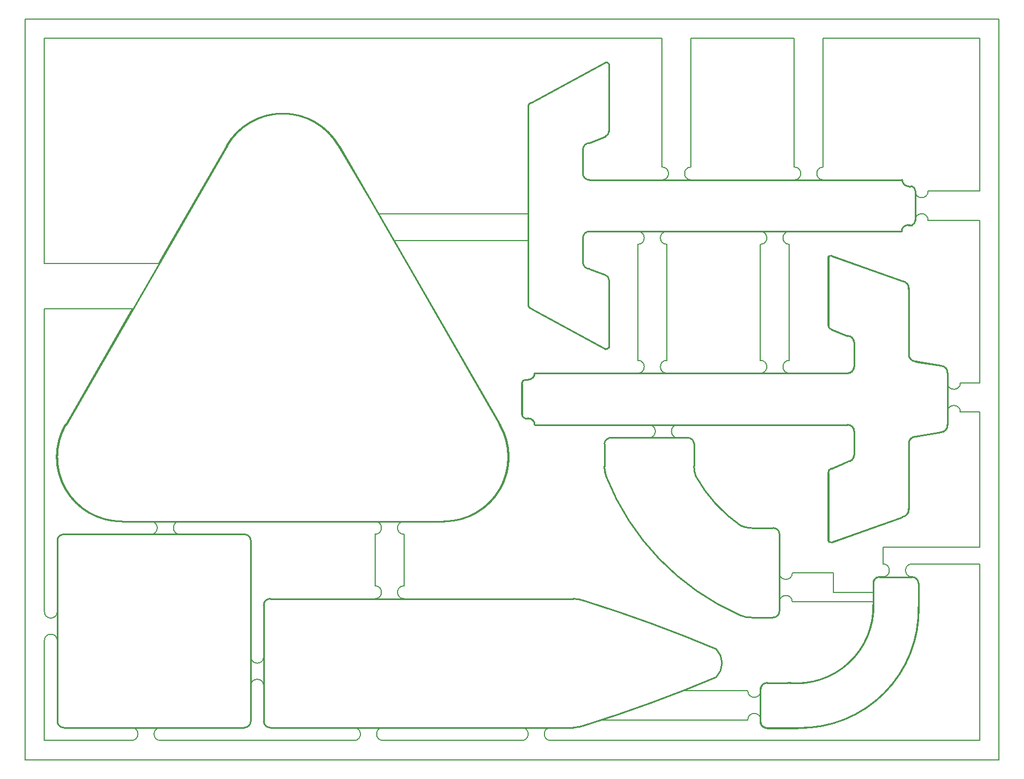
<source format=gko>
G04 Layer_Color=16711935*
%FSLAX44Y44*%
%MOMM*%
G71*
G01*
G75*
%ADD38C,0.2000*%
%ADD39C,0.2540*%
D38*
X240000Y370000D02*
G03*
X240000Y350000I0J-10000D01*
G01*
X195000D02*
G03*
X195000Y370000I0J10000D01*
G01*
X210000Y50000D02*
G03*
X210000Y30000I0J-10000D01*
G01*
X165000D02*
G03*
X165000Y50000I0J10000D01*
G01*
X30000Y230000D02*
G03*
X50000Y230000I10000J0D01*
G01*
Y185000D02*
G03*
X30000Y185000I-10000J0D01*
G01*
X350000Y160000D02*
G03*
X370000Y160000I10000J0D01*
G01*
Y115000D02*
G03*
X350000Y115000I-10000J0D01*
G01*
X510000Y30000D02*
G03*
X510000Y50000I0J10000D01*
G01*
X555000D02*
G03*
X555000Y30000I0J-10000D01*
G01*
X770000D02*
G03*
X770000Y50000I0J10000D01*
G01*
X815000D02*
G03*
X815000Y30000I0J-10000D01*
G01*
X1330000Y284000D02*
G03*
X1330000Y304000I0J10000D01*
G01*
X1375000D02*
G03*
X1375000Y284000I0J-10000D01*
G01*
X1450000Y540000D02*
G03*
X1430000Y540000I-10000J0D01*
G01*
Y585000D02*
G03*
X1450000Y585000I10000J0D01*
G01*
X1400000Y837500D02*
G03*
X1380000Y837500I-10000J0D01*
G01*
Y882500D02*
G03*
X1400000Y882500I10000J0D01*
G01*
X1032500Y920000D02*
G03*
X1032500Y900000I0J-10000D01*
G01*
X987500D02*
G03*
X987500Y920000I0J10000D01*
G01*
X1237500D02*
G03*
X1237500Y900000I0J-10000D01*
G01*
X1192500D02*
G03*
X1192500Y920000I0J10000D01*
G01*
X587500Y370000D02*
G03*
X587500Y350000I0J-10000D01*
G01*
X542500D02*
G03*
X542500Y370000I0J10000D01*
G01*
X542500Y250000D02*
G03*
X542500Y270000I0J10000D01*
G01*
X587500D02*
G03*
X587500Y250000I0J-10000D01*
G01*
X775000Y590107D02*
G03*
X770000Y585000I54J-5054D01*
G01*
X967093Y499815D02*
G03*
X967093Y519815I0J10000D01*
G01*
X1012093D02*
G03*
X1012093Y499815I0J-10000D01*
G01*
X995000Y620000D02*
G03*
X995000Y600000I0J-10000D01*
G01*
X950000D02*
G03*
X950000Y620000I0J10000D01*
G01*
X1185000D02*
G03*
X1185000Y600000I0J-10000D01*
G01*
X1140000D02*
G03*
X1140000Y620000I0J10000D01*
G01*
Y800000D02*
G03*
X1140000Y820000I0J10000D01*
G01*
X1185000D02*
G03*
X1185000Y800000I0J-10000D01*
G01*
X950000D02*
G03*
X950000Y820000I0J10000D01*
G01*
X995000D02*
G03*
X995000Y800000I0J-10000D01*
G01*
X1385500Y274000D02*
G03*
X1375000Y284000I-10250J-250D01*
G01*
X1120500Y107000D02*
G03*
X1140500Y107000I10000J0D01*
G01*
Y62000D02*
G03*
X1120500Y62000I-10000J0D01*
G01*
X1380000Y882500D02*
G03*
X1375000Y890107I-6304J1304D01*
G01*
X1189541Y245000D02*
G03*
X1169541Y245000I-10000J0D01*
G01*
Y290000D02*
G03*
X1189541Y290000I10000J0D01*
G01*
X555000Y50000D02*
X770000D01*
X555000Y30000D02*
X770000D01*
X815000Y50000D02*
X850000D01*
X380000D02*
X510000D01*
X210000Y30000D02*
X510000D01*
X370000Y60000D02*
X370000Y115000D01*
X587500Y350000D02*
X587500Y270000D01*
X542500Y350000D02*
X542500Y270000D01*
X380000Y250000D02*
X542500Y250000D01*
X587500D02*
X850000Y250000D01*
X370000Y240000D02*
X370000Y160000D01*
X30000Y30000D02*
X165000D01*
X30000D02*
Y185000D01*
X874830Y899911D02*
X987500Y900000D01*
X1032500D02*
X1192500D01*
X1237500D02*
X1360000Y900000D01*
X350000Y160000D02*
Y340000D01*
Y60000D02*
Y115000D01*
X210000Y50000D02*
X340000D01*
X60000D02*
X165000D01*
X50000Y60000D02*
Y185000D01*
Y230000D02*
Y340000D01*
X60000Y350000D02*
X195000Y350000D01*
X240000D02*
X340000Y350000D01*
X770000Y537000D02*
Y540000D01*
X1430000D02*
X1430000Y520000D01*
X1430000Y585000D02*
X1430000Y600000D01*
X1012093Y519815D02*
X1015093D01*
X1275170Y520089D01*
X790000Y520000D02*
X967093Y519815D01*
X962093Y499815D02*
X967093D01*
X240000Y370000D02*
X542500D01*
X587500D02*
X649000D01*
X30000Y770000D02*
X206735D01*
X30000Y700000D02*
X166320D01*
X30000Y230000D02*
Y700000D01*
Y770000D02*
Y1050000D01*
X149000Y370000D02*
X195000D01*
X0Y0D02*
Y1120000D01*
Y0D02*
X1490000D01*
X1450000Y540000D02*
X1480000Y540000D01*
X1450000Y585000D02*
X1480000Y585000D01*
X1400000Y837500D02*
X1480000Y837500D01*
X1400000Y882500D02*
X1480000Y882500D01*
X1237500Y920000D02*
X1237500Y1120000D01*
X1192500Y920000D02*
X1192500Y1120000D01*
X1032500Y920000D02*
X1032500Y1120000D01*
X987500Y920000D02*
X987500Y1120000D01*
X485603Y953013D02*
X548000Y847000D01*
X572000Y806000D02*
X735603Y520000D01*
X572000Y806000D02*
X780000D01*
X548000Y847000D02*
X780000D01*
Y705000D02*
Y806000D01*
Y847000D02*
Y1015000D01*
X30000Y1050000D02*
Y1090000D01*
X770000Y540000D02*
Y585000D01*
X995000Y600000D02*
X1140000D01*
X790000Y600000D02*
X950000Y600000D01*
X1185000D02*
X1275000Y599895D01*
X950000Y620000D02*
Y800000D01*
X995000Y620000D02*
Y800000D01*
X1140000Y620000D02*
Y800000D01*
X1185000Y620000D02*
Y800000D01*
X995000Y820000D02*
X1140000D01*
X1185000D02*
X1359000D01*
X875000Y820105D02*
X950000Y820000D01*
X1324500Y284000D02*
X1330000D01*
X1140500Y58500D02*
Y62000D01*
Y107000D02*
Y109500D01*
X1330000Y330000D02*
X1330000Y304000D01*
X1330000Y330000D02*
X1480000D01*
X1375000Y304000D02*
X1480000D01*
Y330000D02*
Y540000D01*
Y585000D02*
Y837500D01*
Y882500D02*
Y1120000D01*
X1237500D02*
X1480000D01*
X1032500D02*
X1192500D01*
X30000D02*
X987500D01*
X30000Y1090000D02*
Y1120000D01*
X1020000Y107000D02*
X1120500D01*
X895000Y62000D02*
X1120500Y62000D01*
X1020000Y107000D02*
X1071485Y128157D01*
X868347Y53690D02*
X895000Y62000D01*
X1169541Y290000D02*
Y295000D01*
X898073Y483805D02*
X898125Y453304D01*
X1189541Y245000D02*
X1315500D01*
X1189541Y290000D02*
X1253000D01*
Y260000D02*
Y290000D01*
Y260000D02*
X1315500D01*
Y274000D01*
Y241500D02*
Y245000D01*
X0Y1120000D02*
Y1150000D01*
X1510000D01*
Y0D02*
Y1150000D01*
X1490000Y0D02*
X1510000D01*
X815000Y30000D02*
X1480000D01*
Y304000D01*
D39*
X1159541Y220815D02*
G03*
X1169541Y230815I0J10000D01*
G01*
Y350815D02*
G03*
X1159541Y359815I-9500J-500D01*
G01*
X1109541Y363315D02*
G03*
X1127041Y359815I16500J37000D01*
G01*
X1037041Y455815D02*
G03*
X1040000Y439988I44576J144D01*
G01*
X1040000D02*
G03*
X1109541Y363315I199119J110725D01*
G01*
X1037041Y490815D02*
G03*
X1027041Y499815I-9500J-500D01*
G01*
X909541D02*
G03*
X898073Y490315I-984J-10484D01*
G01*
X1108541Y224315D02*
G03*
X1126041Y220815I16500J37000D01*
G01*
X898125Y453304D02*
G03*
X901032Y439488I44524J2154D01*
G01*
X901032D02*
G03*
X1108541Y224315I365681J145011D01*
G01*
X780000Y590000D02*
G03*
X790000Y600000I0J10000D01*
G01*
X1285170Y510089D02*
G03*
X1275170Y520089I-10000J0D01*
G01*
X1250000Y782300D02*
G03*
X1245000Y780000I-1350J-3650D01*
G01*
X1245000Y675000D02*
G03*
X1250000Y667893I7029J-368D01*
G01*
X1275000Y599895D02*
G03*
X1285000Y609895I0J10000D01*
G01*
X1285000Y648022D02*
G03*
X1275000Y658022I-10000J0D01*
G01*
X790000Y520000D02*
G03*
X780000Y530000I-10000J0D01*
G01*
X770000Y537000D02*
G03*
X775000Y529893I7029J-368D01*
G01*
X1275000Y462762D02*
G03*
X1285000Y472762I0J10000D01*
G01*
X1250000Y452108D02*
G03*
X1245000Y445000I2029J-6740D01*
G01*
X1245000Y340000D02*
G03*
X1250000Y337700I3650J1350D01*
G01*
X1370000Y630000D02*
G03*
X1380000Y618333I10833J-833D01*
G01*
Y501667D02*
G03*
X1370000Y490000I833J-10833D01*
G01*
X1430000Y600000D02*
G03*
X1420000Y611667I-10833J833D01*
G01*
Y508333D02*
G03*
X1430000Y520000I-833J10833D01*
G01*
X1370000Y730000D02*
G03*
X1360000Y743067I-11533J1533D01*
G01*
Y376933D02*
G03*
X1370000Y390000I-1533J11533D01*
G01*
X380000Y250000D02*
G03*
X370000Y240000I0J-10000D01*
G01*
Y60000D02*
G03*
X380000Y50000I10000J0D01*
G01*
X868347Y246310D02*
G03*
X850000Y250000I-19948J-51718D01*
G01*
Y50000D02*
G03*
X868347Y53690I-1601J55409D01*
G01*
X1071485Y128157D02*
G03*
X1071485Y171843I-21843J21843D01*
G01*
X1071485D02*
G03*
X868347Y246310I-869338J-2057177D01*
G01*
X864830Y909911D02*
G03*
X874830Y899911I10000J0D01*
G01*
X785000Y1020000D02*
G03*
X780000Y1015000I2500J-7500D01*
G01*
Y705000D02*
G03*
X785000Y700000I7500J2500D01*
G01*
X900000Y637700D02*
G03*
X905000Y640000I1350J3650D01*
G01*
Y745000D02*
G03*
X900000Y752107I-7029J368D01*
G01*
X875000Y820105D02*
G03*
X865000Y810105I0J-10000D01*
G01*
X865000Y771978D02*
G03*
X875000Y761978I10000J0D01*
G01*
X1375000Y829893D02*
G03*
X1379957Y837495I-2029J6740D01*
G01*
X1369000Y830000D02*
G03*
X1359000Y820000I0J-10000D01*
G01*
X1360000Y900000D02*
G03*
X1370000Y890000I10000J0D01*
G01*
X875000Y957238D02*
G03*
X865000Y947238I0J-10000D01*
G01*
X900000Y967893D02*
G03*
X905000Y975000I-2029J6740D01*
G01*
Y1080000D02*
G03*
X900000Y1082300I-3650J-1350D01*
G01*
X350000Y340000D02*
G03*
X340000Y350000I-10000J0D01*
G01*
X60000D02*
G03*
X50000Y340000I0J-10000D01*
G01*
Y60000D02*
G03*
X60000Y50000I10000J0D01*
G01*
X340000D02*
G03*
X350000Y60000I0J10000D01*
G01*
X485603Y953013D02*
G03*
X312397Y953013I-86602J-50000D01*
G01*
X649000Y370000D02*
G03*
X735603Y520000I0J100000D01*
G01*
X62397D02*
G03*
X149000Y370000I86602J-50000D01*
G01*
X1198656Y49500D02*
G03*
X1385564Y237915I3367J183574D01*
G01*
X1183000Y119500D02*
G03*
X1315500Y241500I13303J118504D01*
G01*
X1150500Y119500D02*
G03*
X1140500Y109500I0J-10000D01*
G01*
X1324500Y284000D02*
G03*
X1315500Y274000I500J-9500D01*
G01*
X1140500Y58500D02*
G03*
X1150500Y49500I9500J500D01*
G01*
X1127041Y359815D02*
X1159541D01*
X1037041Y455815D02*
Y490815D01*
X1126041Y220815D02*
X1159541D01*
X1012093Y499815D02*
X1027041D01*
X909541Y499827D02*
X962093Y499815D01*
X898073Y483805D02*
Y490327D01*
X1169541Y295000D02*
Y350815D01*
Y230827D02*
Y245000D01*
X775000Y590107D02*
X779785Y590005D01*
X1250000Y667893D02*
X1275000Y658000D01*
X775000Y529893D02*
X780000Y530000D01*
X1245000Y780000D02*
X1245000Y675000D01*
X1285000Y648022D02*
X1285084Y609895D01*
X1285002Y472762D02*
X1285084Y510090D01*
X1250000Y452108D02*
X1275000Y462762D01*
X1245000Y340000D02*
X1245000Y445000D01*
X1380000Y618333D02*
X1420000Y611667D01*
X1380000Y501667D02*
X1420000Y508333D01*
X1370000Y630000D02*
X1370000Y730000D01*
X1250000Y782300D02*
X1360000Y743067D01*
X1250000Y337700D02*
X1360000Y376933D01*
X1370000Y490000D02*
X1370000Y390000D01*
X875000Y762000D02*
X900000Y752107D01*
X1370000Y890000D02*
X1375000Y890107D01*
X785000Y1020000D02*
X900000Y1082300D01*
X785000Y700000D02*
X900000Y637700D01*
X905000Y745000D02*
X905000Y640000D01*
X864916Y810105D02*
X865000Y771978D01*
X1368999Y829957D02*
X1375000Y829893D01*
X864916Y909910D02*
X864998Y947238D01*
X875000Y957238D02*
X900000Y967893D01*
X905000Y975000D02*
X905000Y1080000D01*
X62397Y520000D02*
X166320Y700000D01*
X206735Y770000D02*
X312397Y953013D01*
X1385500Y243597D02*
X1385564Y237915D01*
X1150500Y119500D02*
X1183000D01*
X1150500Y49500D02*
X1198656D01*
X1385500Y243597D02*
Y274000D01*
X775260Y590066D02*
G03*
X770260Y582958I2029J-6740D01*
G01*
X780260Y589958D02*
G03*
X790260Y599958I0J10000D01*
G01*
X1285429Y510048D02*
G03*
X1275429Y520048I-10000J0D01*
G01*
X1250260Y782258D02*
G03*
X1245260Y779958I-1350J-3650D01*
G01*
X1245260Y674958D02*
G03*
X1250260Y667851I7029J-368D01*
G01*
X1275260Y599853D02*
G03*
X1285260Y609853I0J10000D01*
G01*
X1285260Y647980D02*
G03*
X1275260Y657980I-10000J0D01*
G01*
X790260Y519958D02*
G03*
X780260Y529958I-10000J0D01*
G01*
X770260Y536958D02*
G03*
X775260Y529851I7029J-368D01*
G01*
X1275260Y462720D02*
G03*
X1285260Y472720I0J10000D01*
G01*
X1250260Y452066D02*
G03*
X1245260Y444958I2029J-6740D01*
G01*
X1245260Y339958D02*
G03*
X1250260Y337658I3650J1350D01*
G01*
X1370260Y629958D02*
G03*
X1380260Y618292I10833J-833D01*
G01*
Y501625D02*
G03*
X1370260Y489958I833J-10833D01*
G01*
X1430260Y599958D02*
G03*
X1420260Y611625I-10833J833D01*
G01*
Y508292D02*
G03*
X1430260Y519958I-833J10833D01*
G01*
X1370260Y729958D02*
G03*
X1360260Y743025I-11533J1533D01*
G01*
Y376892D02*
G03*
X1370260Y389958I-1533J11533D01*
G01*
X775260Y590066D02*
X780045Y589963D01*
X1250260Y667851D02*
X1275260Y657958D01*
X780260Y529958D02*
X775260Y529851D01*
X770260Y582958D02*
Y536958D01*
X1245260Y779958D02*
X1245260Y674958D01*
X1285260Y647980D02*
X1285344Y609853D01*
X790260Y600068D02*
X1275260Y599853D01*
X1275429Y520064D02*
X790260Y519849D01*
X1285344Y510048D02*
X1285261Y472720D01*
X1275260Y462720D02*
X1250260Y452066D01*
X1245260Y444958D02*
X1245260Y339958D01*
X1430260Y599958D02*
X1430260Y519958D01*
X1380260Y618292D02*
X1420260Y611625D01*
Y508292D02*
X1380260Y501625D01*
X1370260Y729958D02*
X1370260Y629958D01*
X1250260Y782258D02*
X1360260Y743025D01*
Y376892D02*
X1250260Y337658D01*
X1370260Y489958D02*
X1370260Y389958D01*
X350000Y340000D02*
G03*
X340000Y350000I-10000J0D01*
G01*
X60000D02*
G03*
X50000Y340000I0J-10000D01*
G01*
Y60000D02*
G03*
X60000Y50000I10000J0D01*
G01*
X340000D02*
G03*
X350000Y60000I0J10000D01*
G01*
X60000Y50000D02*
X340000D01*
X60000Y350000D02*
X340000D01*
X350000Y60000D02*
Y340000D01*
X50000Y60000D02*
Y340000D01*
X864821Y909952D02*
G03*
X874821Y899952I10000J0D01*
G01*
X784990Y1020042D02*
G03*
X779990Y1015042I2500J-7500D01*
G01*
Y705042D02*
G03*
X784990Y700042I7500J2500D01*
G01*
X899990Y637742D02*
G03*
X904990Y640042I1350J3650D01*
G01*
Y745042D02*
G03*
X899990Y752149I-7029J368D01*
G01*
X874990Y820147D02*
G03*
X864990Y810147I0J-10000D01*
G01*
X864990Y772020D02*
G03*
X874990Y762020I10000J0D01*
G01*
X1374990Y829934D02*
G03*
X1379990Y837042I-2029J6740D01*
G01*
X1368990Y830042D02*
G03*
X1358990Y820042I0J-10000D01*
G01*
X1359990Y900042D02*
G03*
X1369990Y890042I10000J0D01*
G01*
X1379990Y883042D02*
G03*
X1374990Y890149I-7029J368D01*
G01*
X874990Y957280D02*
G03*
X864990Y947280I0J-10000D01*
G01*
X899990Y967934D02*
G03*
X904990Y975042I-2029J6740D01*
G01*
Y1080042D02*
G03*
X899990Y1082342I-3650J-1350D01*
G01*
Y752149D02*
X874990Y762042D01*
X1369990Y890042D02*
X1374990Y890149D01*
X779990Y705042D02*
Y1015042D01*
X784990Y1020042D02*
X899990Y1082342D01*
Y637742D02*
X784990Y700042D01*
X1379990Y837042D02*
Y883042D01*
X904990Y640042D02*
X904990Y745042D01*
X864990Y772020D02*
X864906Y810147D01*
X1374990Y829934D02*
X1368990Y829999D01*
X864906Y909952D02*
X864989Y947280D01*
X874990Y957280D02*
X899990Y967934D01*
X904990Y975042D02*
X904990Y1080042D01*
X874821Y899936D02*
X1359990Y900151D01*
X1358990Y819932D02*
X874990Y820147D01*
X1324001Y283815D02*
G03*
X1315000Y273815I500J-9500D01*
G01*
X1385000D02*
G03*
X1375000Y283815I-10000J0D01*
G01*
X1150000Y119316D02*
G03*
X1140000Y109316I0J-10000D01*
G01*
Y58316D02*
G03*
X1150000Y49316I9500J500D01*
G01*
X1182500Y119316D02*
G03*
X1315000Y241315I13303J118504D01*
G01*
X1198157Y49316D02*
G03*
X1385065Y237730I3367J183574D01*
G01*
X1385000Y273815D02*
Y243413D01*
X1315000Y273815D02*
Y241315D01*
X1375000Y283815D02*
X1324001D01*
X1140000Y109316D02*
Y58316D01*
X1198157Y49316D02*
X1150000D01*
X1182500Y119316D02*
X1150000D01*
X1385065Y237730D02*
X1385000Y243413D01*
X380000Y250000D02*
G03*
X370000Y240000I0J-10000D01*
G01*
Y60000D02*
G03*
X380000Y50000I10000J0D01*
G01*
X868346Y246310D02*
G03*
X850000Y250000I-19948J-51718D01*
G01*
Y50000D02*
G03*
X868346Y53690I-1601J55409D01*
G01*
X1071485Y128157D02*
G03*
X1071485Y171843I-21843J21843D01*
G01*
X1071485D02*
G03*
X868346Y246310I-869338J-2057177D01*
G01*
Y53690D02*
G03*
X1071485Y128157I-666200J2131644D01*
G01*
X380000Y250000D02*
X850000D01*
X370000Y240000D02*
Y60000D01*
X380000Y50000D02*
X850000D01*
X1159541Y220827D02*
G03*
X1169541Y230827I0J10000D01*
G01*
Y350827D02*
G03*
X1159541Y359827I-9500J-500D01*
G01*
X1109541Y363327D02*
G03*
X1127041Y359827I16500J37000D01*
G01*
X1037041Y455827D02*
G03*
X1040000Y440000I44576J144D01*
G01*
X1040000D02*
G03*
X1109541Y363327I199119J110725D01*
G01*
X1037041Y490827D02*
G03*
X1027041Y499827I-9500J-500D01*
G01*
X909541D02*
G03*
X898073Y490327I-984J-10484D01*
G01*
X1108541Y224327D02*
G03*
X1126041Y220827I16500J37000D01*
G01*
X898073Y455327D02*
G03*
X901032Y439500I44576J144D01*
G01*
X901032D02*
G03*
X1108541Y224327I365681J145011D01*
G01*
X1169541Y230827D02*
Y350827D01*
X1159541Y359827D02*
X1127041D01*
X1037041Y455827D02*
Y490827D01*
X1027041Y499827D02*
X909541D01*
X1159541Y220827D02*
X1126041D01*
X898073Y455327D02*
Y490327D01*
X486603Y953013D02*
G03*
X313397Y953013I-86602J-50000D01*
G01*
X650000Y370000D02*
G03*
X736602Y520000I0J100000D01*
G01*
X63397D02*
G03*
X150000Y370000I86602J-50000D01*
G01*
X486603Y953013D02*
X736602Y520000D01*
X63397D02*
X313397Y953013D01*
X150000Y370000D02*
X650000D01*
M02*

</source>
